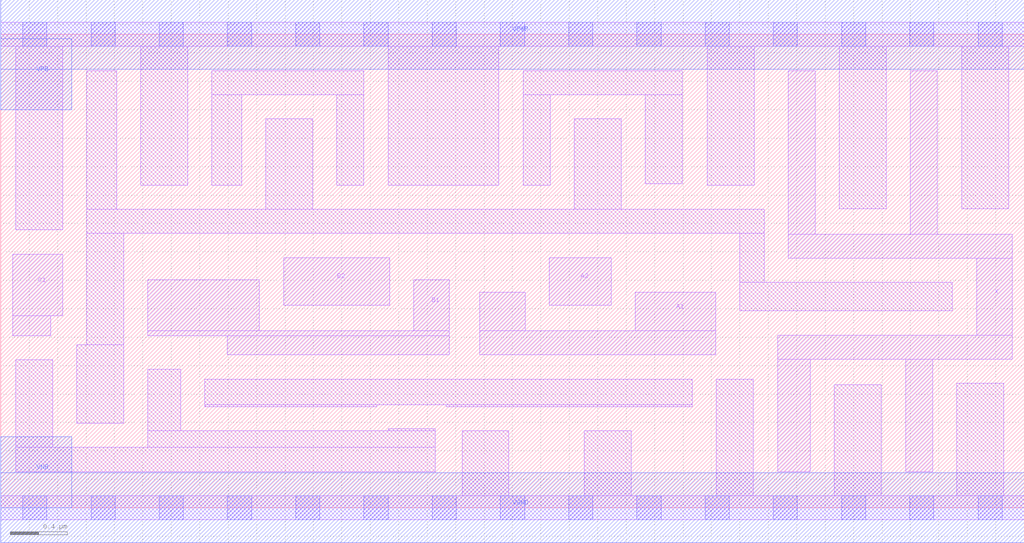
<source format=lef>
# Copyright 2020 The SkyWater PDK Authors
#
# Licensed under the Apache License, Version 2.0 (the "License");
# you may not use this file except in compliance with the License.
# You may obtain a copy of the License at
#
#     https://www.apache.org/licenses/LICENSE-2.0
#
# Unless required by applicable law or agreed to in writing, software
# distributed under the License is distributed on an "AS IS" BASIS,
# WITHOUT WARRANTIES OR CONDITIONS OF ANY KIND, either express or implied.
# See the License for the specific language governing permissions and
# limitations under the License.
#
# SPDX-License-Identifier: Apache-2.0

VERSION 5.5 ;
NAMESCASESENSITIVE ON ;
BUSBITCHARS "[]" ;
DIVIDERCHAR "/" ;
MACRO sky130_fd_sc_lp__o221a_4
  CLASS CORE ;
  SOURCE USER ;
  ORIGIN  0.000000  0.000000 ;
  SIZE  7.200000 BY  3.330000 ;
  SYMMETRY X Y R90 ;
  SITE unit ;
  PIN A1
    ANTENNAGATEAREA  0.630000 ;
    DIRECTION INPUT ;
    USE SIGNAL ;
    PORT
      LAYER li1 ;
        RECT 3.370000 1.075000 5.030000 1.245000 ;
        RECT 3.370000 1.245000 3.690000 1.515000 ;
        RECT 4.465000 1.245000 5.030000 1.515000 ;
    END
  END A1
  PIN A2
    ANTENNAGATEAREA  0.630000 ;
    DIRECTION INPUT ;
    USE SIGNAL ;
    PORT
      LAYER li1 ;
        RECT 3.860000 1.425000 4.295000 1.760000 ;
    END
  END A2
  PIN B1
    ANTENNAGATEAREA  0.630000 ;
    DIRECTION INPUT ;
    USE SIGNAL ;
    PORT
      LAYER li1 ;
        RECT 1.035000 1.210000 3.155000 1.245000 ;
        RECT 1.035000 1.245000 1.820000 1.605000 ;
        RECT 1.595000 1.075000 3.155000 1.210000 ;
        RECT 2.905000 1.245000 3.155000 1.605000 ;
    END
  END B1
  PIN B2
    ANTENNAGATEAREA  0.630000 ;
    DIRECTION INPUT ;
    USE SIGNAL ;
    PORT
      LAYER li1 ;
        RECT 1.990000 1.425000 2.735000 1.760000 ;
    END
  END B2
  PIN C1
    ANTENNAGATEAREA  0.630000 ;
    DIRECTION INPUT ;
    USE SIGNAL ;
    PORT
      LAYER li1 ;
        RECT 0.085000 1.210000 0.350000 1.350000 ;
        RECT 0.085000 1.350000 0.435000 1.785000 ;
    END
  END C1
  PIN X
    ANTENNADIFFAREA  1.176000 ;
    DIRECTION OUTPUT ;
    USE SIGNAL ;
    PORT
      LAYER li1 ;
        RECT 5.465000 0.255000 5.695000 1.045000 ;
        RECT 5.465000 1.045000 7.115000 1.215000 ;
        RECT 5.540000 1.755000 7.115000 1.925000 ;
        RECT 5.540000 1.925000 5.730000 3.075000 ;
        RECT 6.365000 0.255000 6.555000 1.045000 ;
        RECT 6.400000 1.925000 6.590000 3.075000 ;
        RECT 6.865000 1.215000 7.115000 1.755000 ;
    END
  END X
  PIN VGND
    DIRECTION INOUT ;
    USE GROUND ;
    PORT
      LAYER met1 ;
        RECT 0.000000 -0.245000 7.200000 0.245000 ;
    END
  END VGND
  PIN VNB
    DIRECTION INOUT ;
    USE GROUND ;
    PORT
      LAYER met1 ;
        RECT 0.000000 0.000000 0.500000 0.500000 ;
    END
  END VNB
  PIN VPB
    DIRECTION INOUT ;
    USE POWER ;
    PORT
      LAYER met1 ;
        RECT 0.000000 2.800000 0.500000 3.300000 ;
    END
  END VPB
  PIN VPWR
    DIRECTION INOUT ;
    USE POWER ;
    PORT
      LAYER met1 ;
        RECT 0.000000 3.085000 7.200000 3.575000 ;
    END
  END VPWR
  OBS
    LAYER li1 ;
      RECT 0.000000 -0.085000 7.200000 0.085000 ;
      RECT 0.000000  3.245000 7.200000 3.415000 ;
      RECT 0.105000  0.255000 3.055000 0.425000 ;
      RECT 0.105000  0.425000 0.365000 1.040000 ;
      RECT 0.105000  1.955000 0.435000 3.245000 ;
      RECT 0.535000  0.595000 0.865000 1.145000 ;
      RECT 0.605000  1.145000 0.865000 1.930000 ;
      RECT 0.605000  1.930000 5.370000 2.100000 ;
      RECT 0.605000  2.100000 0.815000 3.075000 ;
      RECT 0.985000  2.270000 1.315000 3.245000 ;
      RECT 1.035000  0.425000 3.055000 0.540000 ;
      RECT 1.035000  0.540000 1.265000 0.975000 ;
      RECT 1.435000  0.710000 2.645000 0.725000 ;
      RECT 1.435000  0.725000 4.865000 0.905000 ;
      RECT 1.485000  2.270000 1.695000 2.905000 ;
      RECT 1.485000  2.905000 2.555000 3.075000 ;
      RECT 1.865000  2.100000 2.195000 2.735000 ;
      RECT 2.365000  2.270000 2.555000 2.905000 ;
      RECT 2.725000  0.540000 3.055000 0.555000 ;
      RECT 2.725000  2.270000 3.505000 3.245000 ;
      RECT 3.135000  0.710000 4.865000 0.725000 ;
      RECT 3.245000  0.085000 3.575000 0.540000 ;
      RECT 3.675000  2.270000 3.865000 2.905000 ;
      RECT 3.675000  2.905000 4.795000 3.075000 ;
      RECT 4.035000  2.100000 4.365000 2.735000 ;
      RECT 4.105000  0.085000 4.435000 0.540000 ;
      RECT 4.535000  2.280000 4.795000 2.905000 ;
      RECT 4.970000  2.270000 5.300000 3.245000 ;
      RECT 5.035000  0.085000 5.295000 0.905000 ;
      RECT 5.200000  1.385000 6.695000 1.585000 ;
      RECT 5.200000  1.585000 5.370000 1.930000 ;
      RECT 5.865000  0.085000 6.195000 0.865000 ;
      RECT 5.900000  2.105000 6.230000 3.245000 ;
      RECT 6.725000  0.085000 7.055000 0.875000 ;
      RECT 6.760000  2.105000 7.090000 3.245000 ;
    LAYER mcon ;
      RECT 0.155000 -0.085000 0.325000 0.085000 ;
      RECT 0.155000  3.245000 0.325000 3.415000 ;
      RECT 0.635000 -0.085000 0.805000 0.085000 ;
      RECT 0.635000  3.245000 0.805000 3.415000 ;
      RECT 1.115000 -0.085000 1.285000 0.085000 ;
      RECT 1.115000  3.245000 1.285000 3.415000 ;
      RECT 1.595000 -0.085000 1.765000 0.085000 ;
      RECT 1.595000  3.245000 1.765000 3.415000 ;
      RECT 2.075000 -0.085000 2.245000 0.085000 ;
      RECT 2.075000  3.245000 2.245000 3.415000 ;
      RECT 2.555000 -0.085000 2.725000 0.085000 ;
      RECT 2.555000  3.245000 2.725000 3.415000 ;
      RECT 3.035000 -0.085000 3.205000 0.085000 ;
      RECT 3.035000  3.245000 3.205000 3.415000 ;
      RECT 3.515000 -0.085000 3.685000 0.085000 ;
      RECT 3.515000  3.245000 3.685000 3.415000 ;
      RECT 3.995000 -0.085000 4.165000 0.085000 ;
      RECT 3.995000  3.245000 4.165000 3.415000 ;
      RECT 4.475000 -0.085000 4.645000 0.085000 ;
      RECT 4.475000  3.245000 4.645000 3.415000 ;
      RECT 4.955000 -0.085000 5.125000 0.085000 ;
      RECT 4.955000  3.245000 5.125000 3.415000 ;
      RECT 5.435000 -0.085000 5.605000 0.085000 ;
      RECT 5.435000  3.245000 5.605000 3.415000 ;
      RECT 5.915000 -0.085000 6.085000 0.085000 ;
      RECT 5.915000  3.245000 6.085000 3.415000 ;
      RECT 6.395000 -0.085000 6.565000 0.085000 ;
      RECT 6.395000  3.245000 6.565000 3.415000 ;
      RECT 6.875000 -0.085000 7.045000 0.085000 ;
      RECT 6.875000  3.245000 7.045000 3.415000 ;
  END
END sky130_fd_sc_lp__o221a_4
END LIBRARY

</source>
